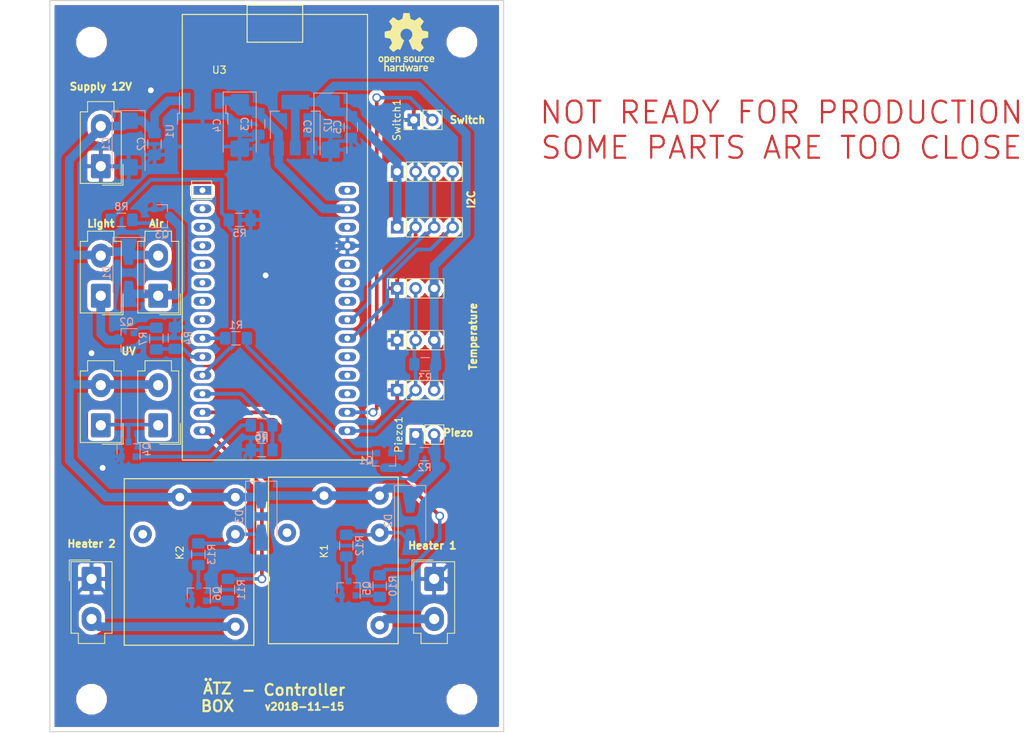
<source format=kicad_pcb>
(kicad_pcb (version 20171130) (host pcbnew "(5.0.1-3-g963ef8bb5)")
  (layers (0 F.Cu signal) (31 B.Cu signal) (34 B.Paste user) (35 F.Paste user) (36 B.SilkS user) (37 F.SilkS user) (38 B.Mask user) (39 F.Mask user) (44 Edge.Cuts user))
  (net 0 "")
  (net 1 +12V)
  (net 2 GND)
  (net 3 +5V)
  (net 4 +3V3)
  (net 5 "Net-(D2-Pad2)")
  (net 6 "Net-(D3-Pad2)")
  (net 7 /SCL)
  (net 8 /SDA)
  (net 9 "Net-(Heater1-Pad2)")
  (net 10 "Net-(Heater2-Pad2)")
  (net 11 "Net-(K1-Pad5)")
  (net 12 "Net-(K2-Pad5)")
  (net 13 "Net-(Q1-Pad1)")
  (net 14 "Net-(Q2-Pad1)")
  (net 15 "Net-(Q3-Pad1)")
  (net 16 "Net-(Q4-Pad1)")
  (net 17 "Net-(Q5-Pad3)")
  (net 18 "Net-(Q5-Pad1)")
  (net 19 "Net-(Q6-Pad1)")
  (net 20 "Net-(Q6-Pad3)")
  (net 21 /D0)
  (net 22 /D6)
  (net 23 /D1)
  (net 24 /D2)
  (net 25 /D3)
  (net 26 /D4)
  (net 27 /D5)
  (net 28 /D7)
  (net 29 "Net-(U3-Pad1)")
  (net 30 "Net-(U3-Pad17)")
  (net 31 "Net-(U3-Pad18)")
  (net 32 "Net-(U3-Pad19)")
  (net 33 "Net-(U3-Pad6)")
  (net 34 "Net-(U3-Pad22)")
  (net 35 "Net-(U3-Pad7)")
  (net 36 "Net-(U3-Pad23)")
  (net 37 "Net-(U3-Pad8)")
  (net 38 "Net-(U3-Pad24)")
  (net 39 "Net-(U3-Pad26)")
  (net 40 "Net-(U3-Pad28)")
  (net 41 "Net-(Q4-Pad3)")
  (net 42 "Net-(U3-Pad5)")
  (net 43 "Net-(U3-Pad4)")
  (net 44 "Net-(U3-Pad3)")
  (net 45 "Net-(U3-Pad2)")
  (net 46 "Net-(Piezo1-Pad1)")
  (net 47 "Net-(Lightpad1-Pad1)")
  (net 48 "Net-(Bubbles1-Pad1)")
  (module MountingHole:MountingHole_3.2mm_M3_DIN965 (layer F.Cu) (at 114.3 113.03)
    (fp_text reference REF** hide)
    (fp_text value MountingHole_3.2mm_M3_DIN965)
    (pad 1 np_thru_hole circle (at 0 0) (size 3.2 3.2) (drill 3.2) (layers *.Cu *.Mask))
  )
  (module MountingHole:MountingHole_3.2mm_M3_DIN965 (layer F.Cu) (at 63.5 113.03)
    (fp_text reference REF** hide)
    (fp_text value MountingHole_3.2mm_M3_DIN965)
    (pad 1 np_thru_hole circle (at 0 0) (size 3.2 3.2) (drill 3.2) (layers *.Cu *.Mask))
  )
  (module MountingHole:MountingHole_3.2mm_M3_DIN965 (layer F.Cu) (at 114.3 22.86)
    (fp_text reference REF** hide)
    (fp_text value MountingHole_3.2mm_M3_DIN965)
    (pad 1 np_thru_hole circle (at 0 0) (size 3.2 3.2) (drill 3.2) (layers *.Cu *.Mask))
  )
  (module Connector_Molex:Molex_Mini-Fit_Jr_5566-02A_2x01_P4.20mm_Vertical (layer F.Cu) (at 64.77 39.878 180)
    (fp_text reference Supply1 hide)
    (fp_text value Conn_01x02_Male)
    (pad 1 thru_hole roundrect (at 0 0 180) (size 2.7 3.3) (drill 1.4) (layers *.Cu *.Mask) (roundrect_rratio 0.09259299999999999) (net 2 GND))
    (pad 2 thru_hole oval (at 0 5.5 180) (size 2.7 3.3) (drill 1.4) (layers *.Cu *.Mask) (net 1 +12V))
  )
  (module Connector_PinHeader_2.54mm:PinHeader_1x02_P2.54mm_Vertical (layer F.Cu) (at 107.95 76.708 90)
    (fp_text reference Piezo1 (at 0 -2.33 90) (layer F.SilkS))
    (fp_text value Conn_01x02_Male)
    (pad 2 thru_hole oval (at 0 2.54 90) (size 1.7 1.7) (drill 1) (layers *.Cu *.Mask) (net 1 +12V))
    (pad 1 thru_hole rect (at 0 0 90) (size 1.7 1.7) (drill 1) (layers *.Cu *.Mask) (net 46 "Net-(Piezo1-Pad1)"))
  )
  (module Connector_PinHeader_2.54mm:PinHeader_1x02_P2.54mm_Vertical (layer F.Cu) (at 107.696 33.528 90)
    (fp_text reference Switch1 (at 0 -2.33 90) (layer F.SilkS))
    (fp_text value Conn_01x02_Male)
    (pad 1 thru_hole rect (at 0 0 90) (size 1.7 1.7) (drill 1) (layers *.Cu *.Mask) (net 2 GND))
    (pad 2 thru_hole oval (at 0 2.54 90) (size 1.7 1.7) (drill 1) (layers *.Cu *.Mask) (net 28 /D7))
  )
  (module footprints:LZ-9H (layer F.Cu) (at 96.659319 93.983824 90)
    (fp_text reference K1 (at 1.27 -1.27 270) (layer F.SilkS))
    (fp_text value LZ_9H)
    (pad 1 thru_hole circle (at -8.89 6.35 270) (size 2.5 2.5) (drill 1.2) (layers *.Cu *.Mask) (net 9 "Net-(Heater1-Pad2)"))
    (pad 2 thru_hole circle (at 3.81 6.35 270) (size 2.5 2.5) (drill 1.2) (layers *.Cu *.Mask) (net 5 "Net-(D2-Pad2)"))
    (pad 3 thru_hole circle (at 8.89 6.35 270) (size 2.5 2.5) (drill 1.2) (layers *.Cu *.Mask) (net 1 +12V))
    (pad 4 thru_hole circle (at 8.89 -1.27 270) (size 2.5 2.5) (drill 1.2) (layers *.Cu *.Mask) (net 1 +12V))
    (pad 5 thru_hole circle (at 3.81 -6.35 270) (size 2.5 2.5) (drill 1.2) (layers *.Cu *.Mask) (net 11 "Net-(K1-Pad5)"))
  )
  (module footprints:LZ-9H (layer F.Cu) (at 76.872986 94.194702 90)
    (fp_text reference K2 (at 1.27 -1.27 270) (layer F.SilkS))
    (fp_text value LZ_9H)
    (pad 5 thru_hole circle (at 3.81 -6.35 270) (size 2.5 2.5) (drill 1.2) (layers *.Cu *.Mask) (net 12 "Net-(K2-Pad5)"))
    (pad 4 thru_hole circle (at 8.89 -1.27 270) (size 2.5 2.5) (drill 1.2) (layers *.Cu *.Mask) (net 1 +12V))
    (pad 3 thru_hole circle (at 8.89 6.35 270) (size 2.5 2.5) (drill 1.2) (layers *.Cu *.Mask) (net 1 +12V))
    (pad 2 thru_hole circle (at 3.81 6.35 270) (size 2.5 2.5) (drill 1.2) (layers *.Cu *.Mask) (net 6 "Net-(D3-Pad2)"))
    (pad 1 thru_hole circle (at -8.89 6.35 270) (size 2.5 2.5) (drill 1.2) (layers *.Cu *.Mask) (net 10 "Net-(Heater2-Pad2)"))
  )
  (module Capacitor_Tantalum_SMD:CP_EIA-7343-20_Kemet-V_Pad2.25x2.55mm_HandSolder (layer B.Cu) (at 68.58 36.83 270)
    (fp_text reference C1 (at 0 3.1 270) (layer B.SilkS) (effects (justify mirror)))
    (fp_text value CP)
    (pad 1 smd roundrect (at -3.2 0 270) (size 2.25 2.55) (layers B.Cu B.Paste B.Mask) (roundrect_rratio 0.111111) (net 1 +12V))
    (pad 2 smd roundrect (at 3.2 0 270) (size 2.25 2.55) (layers B.Cu B.Paste B.Mask) (roundrect_rratio 0.111111) (net 2 GND))
  )
  (module Capacitor_Tantalum_SMD:CP_EIA-7343-20_Kemet-V_Pad2.25x2.55mm_HandSolder (layer B.Cu) (at 83.82 34.29 270)
    (fp_text reference C4 (at 0 3.1 270) (layer B.SilkS) (effects (justify mirror)))
    (fp_text value CP)
    (pad 2 smd roundrect (at 3.2 0 270) (size 2.25 2.55) (layers B.Cu B.Paste B.Mask) (roundrect_rratio 0.111111) (net 2 GND))
    (pad 1 smd roundrect (at -3.2 0 270) (size 2.25 2.55) (layers B.Cu B.Paste B.Mask) (roundrect_rratio 0.111111) (net 3 +5V))
  )
  (module Capacitor_Tantalum_SMD:CP_EIA-7343-20_Kemet-V_Pad2.25x2.55mm_HandSolder (layer B.Cu) (at 96.260365 34.436503 270)
    (fp_text reference C6 (at 0 3.1 270) (layer B.SilkS) (effects (justify mirror)))
    (fp_text value CP)
    (pad 1 smd roundrect (at -3.2 0 270) (size 2.25 2.55) (layers B.Cu B.Paste B.Mask) (roundrect_rratio 0.111111) (net 4 +3V3))
    (pad 2 smd roundrect (at 3.2 0 270) (size 2.25 2.55) (layers B.Cu B.Paste B.Mask) (roundrect_rratio 0.111111) (net 2 GND))
  )
  (module footprints:Arduino_MKR_Wifi_1010 (layer F.Cu) (at 88.646 54.61)
    (fp_text reference U3 (at -7.62 -27.94) (layer F.SilkS))
    (fp_text value ArduinoMKR_Wifi_1010)
    (pad 16 thru_hole oval (at 9.935 19.05) (size 2.4 1.2) (drill 0.8) (layers *.Cu *.Mask) (net 28 /D7))
    (pad 15 thru_hole oval (at 9.935 21.59) (size 2.4 1.2) (drill 0.8) (layers *.Cu *.Mask) (net 22 /D6))
    (pad 14 thru_hole oval (at -9.935 21.59) (size 2.4 1.2) (drill 0.8) (layers *.Cu *.Mask) (net 27 /D5))
    (pad 13 thru_hole oval (at -9.935 19.05) (size 2.4 1.2) (drill 0.8) (layers *.Cu *.Mask) (net 26 /D4))
    (pad 28 thru_hole oval (at 9.935 -11.43) (size 2.4 1.2) (drill 0.8) (layers *.Cu *.Mask) (net 40 "Net-(U3-Pad28)"))
    (pad 12 thru_hole oval (at -9.935 16.51) (size 2.4 1.2) (drill 0.8) (layers *.Cu *.Mask) (net 25 /D3))
    (pad 27 thru_hole oval (at 9.935 -8.89) (size 2.4 1.2) (drill 0.8) (layers *.Cu *.Mask) (net 3 +5V))
    (pad 11 thru_hole oval (at -9.935 13.97) (size 2.4 1.2) (drill 0.8) (layers *.Cu *.Mask) (net 24 /D2))
    (pad 26 thru_hole oval (at 9.935 -6.35) (size 2.4 1.2) (drill 0.8) (layers *.Cu *.Mask) (net 39 "Net-(U3-Pad26)"))
    (pad 10 thru_hole oval (at -9.935 11.43) (size 2.4 1.2) (drill 0.8) (layers *.Cu *.Mask) (net 23 /D1))
    (pad 25 thru_hole oval (at 9.935 -3.81) (size 2.4 1.2) (drill 0.8) (layers *.Cu *.Mask) (net 2 GND))
    (pad 9 thru_hole oval (at -9.935 8.89) (size 2.4 1.2) (drill 0.8) (layers *.Cu *.Mask) (net 21 /D0))
    (pad 24 thru_hole oval (at 9.935 -1.27) (size 2.4 1.2) (drill 0.8) (layers *.Cu *.Mask) (net 38 "Net-(U3-Pad24)"))
    (pad 8 thru_hole oval (at -9.935 6.35) (size 2.4 1.2) (drill 0.8) (layers *.Cu *.Mask) (net 37 "Net-(U3-Pad8)"))
    (pad 23 thru_hole oval (at 9.935 1.27) (size 2.4 1.2) (drill 0.8) (layers *.Cu *.Mask) (net 36 "Net-(U3-Pad23)"))
    (pad 7 thru_hole oval (at -9.935 3.81) (size 2.4 1.2) (drill 0.8) (layers *.Cu *.Mask) (net 35 "Net-(U3-Pad7)"))
    (pad 22 thru_hole oval (at 9.935 3.81) (size 2.4 1.2) (drill 0.8) (layers *.Cu *.Mask) (net 34 "Net-(U3-Pad22)"))
    (pad 6 thru_hole oval (at -9.935 1.27) (size 2.4 1.2) (drill 0.8) (layers *.Cu *.Mask) (net 33 "Net-(U3-Pad6)"))
    (pad 21 thru_hole oval (at 9.935 6.35) (size 2.4 1.2) (drill 0.8) (layers *.Cu *.Mask) (net 7 /SCL))
    (pad 5 thru_hole oval (at -9.935 -1.27) (size 2.4 1.2) (drill 0.8) (layers *.Cu *.Mask) (net 42 "Net-(U3-Pad5)"))
    (pad 20 thru_hole oval (at 9.935 8.89) (size 2.4 1.2) (drill 0.8) (layers *.Cu *.Mask) (net 8 /SDA))
    (pad 4 thru_hole oval (at -9.935 -3.81) (size 2.4 1.2) (drill 0.8) (layers *.Cu *.Mask) (net 43 "Net-(U3-Pad4)"))
    (pad 19 thru_hole oval (at 9.935 11.43) (size 2.4 1.2) (drill 0.8) (layers *.Cu *.Mask) (net 32 "Net-(U3-Pad19)"))
    (pad 3 thru_hole oval (at -9.935 -6.35) (size 2.4 1.2) (drill 0.8) (layers *.Cu *.Mask) (net 44 "Net-(U3-Pad3)"))
    (pad 18 thru_hole oval (at 9.935 13.97) (size 2.4 1.2) (drill 0.8) (layers *.Cu *.Mask) (net 31 "Net-(U3-Pad18)"))
    (pad 2 thru_hole oval (at -9.935 -8.89) (size 2.4 1.2) (drill 0.8) (layers *.Cu *.Mask) (net 45 "Net-(U3-Pad2)"))
    (pad 17 thru_hole oval (at 9.935 16.51) (size 2.4 1.2) (drill 0.8) (layers *.Cu *.Mask) (net 30 "Net-(U3-Pad17)"))
    (pad 1 thru_hole rect (at -9.935 -11.43) (size 2.4 1.2) (drill 0.8) (layers *.Cu *.Mask) (net 29 "Net-(U3-Pad1)"))
  )
  (module Resistor_SMD:R_1206_3216Metric_Pad1.42x1.75mm_HandSolder (layer B.Cu) (at 86.8315 78.824666 180)
    (fp_text reference R6 (at 0 1.82 180) (layer B.SilkS) (effects (justify mirror)))
    (fp_text value 10k)
    (pad 1 smd roundrect (at -1.4875 0 180) (size 1.425 1.75) (layers B.Cu B.Paste B.Mask) (roundrect_rratio 0.175439) (net 25 /D3))
    (pad 2 smd roundrect (at 1.4875 0 180) (size 1.425 1.75) (layers B.Cu B.Paste B.Mask) (roundrect_rratio 0.175439) (net 2 GND))
  )
  (module Resistor_SMD:R_1206_3216Metric_Pad1.42x1.75mm_HandSolder (layer B.Cu) (at 86.8315 75.438)
    (fp_text reference R9 (at 0 1.82) (layer B.SilkS) (effects (justify mirror)))
    (fp_text value 100)
    (pad 2 smd roundrect (at 1.4875 0) (size 1.425 1.75) (layers B.Cu B.Paste B.Mask) (roundrect_rratio 0.175439) (net 25 /D3))
    (pad 1 smd roundrect (at -1.4875 0) (size 1.425 1.75) (layers B.Cu B.Paste B.Mask) (roundrect_rratio 0.175439) (net 16 "Net-(Q4-Pad1)"))
  )
  (module Package_TO_SOT_SMD:SOT-23 (layer B.Cu) (at 73.152 46.736)
    (fp_text reference Q3 (at 0 2.5) (layer B.SilkS) (effects (justify mirror)))
    (fp_text value IRLML2502PBF)
    (pad 3 smd rect (at 1 0) (size 0.9 0.8) (layers B.Cu B.Paste B.Mask) (net 48 "Net-(Bubbles1-Pad1)"))
    (pad 2 smd rect (at -1 -0.95) (size 0.9 0.8) (layers B.Cu B.Paste B.Mask) (net 2 GND))
    (pad 1 smd rect (at -1 0.95) (size 0.9 0.8) (layers B.Cu B.Paste B.Mask) (net 15 "Net-(Q3-Pad1)"))
  )
  (module Connector_PinHeader_2.54mm:PinHeader_1x04_P2.54mm_Vertical (layer F.Cu) (at 105.41 48.26 90)
    (fp_text reference I2C1 hide)
    (fp_text value Conn_01x04_Male)
    (pad 4 thru_hole oval (at 0 7.62 90) (size 1.7 1.7) (drill 1) (layers *.Cu *.Mask) (net 8 /SDA))
    (pad 3 thru_hole oval (at 0 5.08 90) (size 1.7 1.7) (drill 1) (layers *.Cu *.Mask) (net 7 /SCL))
    (pad 2 thru_hole oval (at 0 2.54 90) (size 1.7 1.7) (drill 1) (layers *.Cu *.Mask) (net 2 GND))
    (pad 1 thru_hole rect (at 0 0 90) (size 1.7 1.7) (drill 1) (layers *.Cu *.Mask) (net 4 +3V3))
  )
  (module Resistor_SMD:R_1206_3216Metric_Pad1.42x1.75mm_HandSolder (layer B.Cu) (at 83.312 63.5 180)
    (fp_text reference R1 (at 0 1.82 180) (layer B.SilkS) (effects (justify mirror)))
    (fp_text value 1k)
    (pad 1 smd roundrect (at -1.4875 0 180) (size 1.425 1.75) (layers B.Cu B.Paste B.Mask) (roundrect_rratio 0.175439) (net 13 "Net-(Q1-Pad1)"))
    (pad 2 smd roundrect (at 1.4875 0 180) (size 1.425 1.75) (layers B.Cu B.Paste B.Mask) (roundrect_rratio 0.175439) (net 21 /D0))
  )
  (module Connector_PinHeader_2.54mm:PinHeader_1x04_P2.54mm_Vertical (layer F.Cu) (at 105.41 40.64 90)
    (fp_text reference Display1 hide)
    (fp_text value Conn_01x04_Male)
    (pad 1 thru_hole rect (at 0 0 90) (size 1.7 1.7) (drill 1) (layers *.Cu *.Mask) (net 4 +3V3))
    (pad 2 thru_hole oval (at 0 2.54 90) (size 1.7 1.7) (drill 1) (layers *.Cu *.Mask) (net 2 GND))
    (pad 3 thru_hole oval (at 0 5.08 90) (size 1.7 1.7) (drill 1) (layers *.Cu *.Mask) (net 7 /SCL))
    (pad 4 thru_hole oval (at 0 7.62 90) (size 1.7 1.7) (drill 1) (layers *.Cu *.Mask) (net 8 /SDA))
  )
  (module Resistor_SMD:R_1206_3216Metric_Pad1.42x1.75mm_HandSolder (layer B.Cu) (at 109.171405 79.399134)
    (fp_text reference R2 (at 0 1.82) (layer B.SilkS) (effects (justify mirror)))
    (fp_text value 1k)
    (pad 2 smd roundrect (at 1.4875 0) (size 1.425 1.75) (layers B.Cu B.Paste B.Mask) (roundrect_rratio 0.175439) (net 1 +12V))
    (pad 1 smd roundrect (at -1.4875 0) (size 1.425 1.75) (layers B.Cu B.Paste B.Mask) (roundrect_rratio 0.175439) (net 46 "Net-(Piezo1-Pad1)"))
  )
  (module Connector_Molex:Molex_Mini-Fit_Jr_5566-02A_2x01_P4.20mm_Vertical (layer F.Cu) (at 72.644 57.658 180)
    (fp_text reference Bubbles1 hide)
    (fp_text value Conn_01x02_Male)
    (pad 2 thru_hole oval (at 0 5.5 180) (size 2.7 3.3) (drill 1.4) (layers *.Cu *.Mask) (net 1 +12V))
    (pad 1 thru_hole roundrect (at 0 0 180) (size 2.7 3.3) (drill 1.4) (layers *.Cu *.Mask) (roundrect_rratio 0.09259299999999999) (net 48 "Net-(Bubbles1-Pad1)"))
  )
  (module Capacitor_SMD:C_1206_3216Metric_Pad1.42x1.75mm_HandSolder (layer B.Cu) (at 72.136 36.83 270)
    (fp_text reference C2 (at 0 1.82 270) (layer B.SilkS) (effects (justify mirror)))
    (fp_text value C)
    (pad 1 smd roundrect (at -1.4875 0 270) (size 1.425 1.75) (layers B.Cu B.Paste B.Mask) (roundrect_rratio 0.175439) (net 1 +12V))
    (pad 2 smd roundrect (at 1.4875 0 270) (size 1.425 1.75) (layers B.Cu B.Paste B.Mask) (roundrect_rratio 0.175439) (net 2 GND))
  )
  (module Capacitor_SMD:C_1206_3216Metric_Pad1.42x1.75mm_HandSolder (layer B.Cu) (at 86.36 34.0725 270)
    (fp_text reference C3 (at 0 1.82 270) (layer B.SilkS) (effects (justify mirror)))
    (fp_text value C)
    (pad 2 smd roundrect (at 1.4875 0 270) (size 1.425 1.75) (layers B.Cu B.Paste B.Mask) (roundrect_rratio 0.175439) (net 2 GND))
    (pad 1 smd roundrect (at -1.4875 0 270) (size 1.425 1.75) (layers B.Cu B.Paste B.Mask) (roundrect_rratio 0.175439) (net 3 +5V))
  )
  (module Capacitor_SMD:C_1206_3216Metric_Pad1.42x1.75mm_HandSolder (layer B.Cu) (at 99.06 34.5075 270)
    (fp_text reference C5 (at 0 1.82 270) (layer B.SilkS) (effects (justify mirror)))
    (fp_text value C)
    (pad 1 smd roundrect (at -1.4875 0 270) (size 1.425 1.75) (layers B.Cu B.Paste B.Mask) (roundrect_rratio 0.175439) (net 4 +3V3))
    (pad 2 smd roundrect (at 1.4875 0 270) (size 1.425 1.75) (layers B.Cu B.Paste B.Mask) (roundrect_rratio 0.175439) (net 2 GND))
  )
  (module Diode_SMD:D_SMA-SMB_Universal_Handsoldering (layer B.Cu) (at 68.58 54.504 270)
    (fp_text reference D1 (at 0 3 270) (layer B.SilkS) (effects (justify mirror)))
    (fp_text value B160-13-F)
    (pad 1 smd trapezoid (at -2.9 0 270) (size 3.6 1.7) (rect_delta 0.6 0) (layers B.Cu B.Paste B.Mask) (net 1 +12V))
    (pad 2 smd trapezoid (at 2.9 0 90) (size 3.6 1.7) (rect_delta 0.6 0) (layers B.Cu B.Paste B.Mask) (net 48 "Net-(Bubbles1-Pad1)"))
  )
  (module Diode_SMD:D_SMA-SMB_Universal_Handsoldering (layer B.Cu) (at 107.188 88.54 270)
    (fp_text reference D2 (at 0 3 270) (layer B.SilkS) (effects (justify mirror)))
    (fp_text value D_Schottky)
    (pad 2 smd trapezoid (at 2.9 0 90) (size 3.6 1.7) (rect_delta 0.6 0) (layers B.Cu B.Paste B.Mask) (net 5 "Net-(D2-Pad2)"))
    (pad 1 smd trapezoid (at -2.9 0 270) (size 3.6 1.7) (rect_delta 0.6 0) (layers B.Cu B.Paste B.Mask) (net 1 +12V))
  )
  (module Diode_SMD:D_SMA-SMB_Universal_Handsoldering (layer B.Cu) (at 86.778986 87.950702 270)
    (fp_text reference D3 (at 0 3 270) (layer B.SilkS) (effects (justify mirror)))
    (fp_text value D_Schottky)
    (pad 1 smd trapezoid (at -2.9 0 270) (size 3.6 1.7) (rect_delta 0.6 0) (layers B.Cu B.Paste B.Mask) (net 1 +12V))
    (pad 2 smd trapezoid (at 2.9 0 90) (size 3.6 1.7) (rect_delta 0.6 0) (layers B.Cu B.Paste B.Mask) (net 6 "Net-(D3-Pad2)"))
  )
  (module Connector_Molex:Molex_Mini-Fit_Jr_5566-02A_2x01_P4.20mm_Vertical (layer F.Cu) (at 110.49 96.52)
    (fp_text reference Heater1 hide)
    (fp_text value Conn_01x02_Male)
    (pad 1 thru_hole roundrect (at 0 0) (size 2.7 3.3) (drill 1.4) (layers *.Cu *.Mask) (roundrect_rratio 0.09259299999999999) (net 2 GND))
    (pad 2 thru_hole oval (at 0 5.5) (size 2.7 3.3) (drill 1.4) (layers *.Cu *.Mask) (net 9 "Net-(Heater1-Pad2)"))
  )
  (module Connector_Molex:Molex_Mini-Fit_Jr_5566-02A_2x01_P4.20mm_Vertical (layer F.Cu) (at 63.5 96.52)
    (fp_text reference Heater2 hide)
    (fp_text value Conn_01x02_Male)
    (pad 2 thru_hole oval (at 0 5.5) (size 2.7 3.3) (drill 1.4) (layers *.Cu *.Mask) (net 10 "Net-(Heater2-Pad2)"))
    (pad 1 thru_hole roundrect (at 0 0) (size 2.7 3.3) (drill 1.4) (layers *.Cu *.Mask) (roundrect_rratio 0.09259299999999999) (net 2 GND))
  )
  (module Connector_Molex:Molex_Mini-Fit_Jr_5566-02A_2x01_P4.20mm_Vertical (layer F.Cu) (at 64.77 57.658 180)
    (fp_text reference Lightpad1 hide)
    (fp_text value Conn_01x02_Male)
    (pad 1 thru_hole roundrect (at 0 0 180) (size 2.7 3.3) (drill 1.4) (layers *.Cu *.Mask) (roundrect_rratio 0.09259299999999999) (net 47 "Net-(Lightpad1-Pad1)"))
    (pad 2 thru_hole oval (at 0 5.5 180) (size 2.7 3.3) (drill 1.4) (layers *.Cu *.Mask) (net 1 +12V))
  )
  (module Package_TO_SOT_SMD:SOT-23 (layer B.Cu) (at 103.632 80.264 270)
    (fp_text reference Q1 (at 0 2.5) (layer B.SilkS) (effects (justify mirror)))
    (fp_text value BC847)
    (pad 1 smd rect (at -1 0.95 270) (size 0.9 0.8) (layers B.Cu B.Paste B.Mask) (net 13 "Net-(Q1-Pad1)"))
    (pad 2 smd rect (at -1 -0.95 270) (size 0.9 0.8) (layers B.Cu B.Paste B.Mask) (net 2 GND))
    (pad 3 smd rect (at 1 0 270) (size 0.9 0.8) (layers B.Cu B.Paste B.Mask) (net 46 "Net-(Piezo1-Pad1)"))
  )
  (module Package_TO_SOT_SMD:SOT-23 (layer B.Cu) (at 98.757319 97.809824 90)
    (fp_text reference Q5 (at 0 2.5 90) (layer B.SilkS) (effects (justify mirror)))
    (fp_text value BC847)
    (pad 3 smd rect (at 1 0 90) (size 0.9 0.8) (layers B.Cu B.Paste B.Mask) (net 17 "Net-(Q5-Pad3)"))
    (pad 2 smd rect (at -1 -0.95 90) (size 0.9 0.8) (layers B.Cu B.Paste B.Mask) (net 2 GND))
    (pad 1 smd rect (at -1 0.95 90) (size 0.9 0.8) (layers B.Cu B.Paste B.Mask) (net 18 "Net-(Q5-Pad1)"))
  )
  (module Package_TO_SOT_SMD:SOT-23 (layer B.Cu) (at 78.208986 98.528702 90)
    (fp_text reference Q6 (at 0 2.5 90) (layer B.SilkS) (effects (justify mirror)))
    (fp_text value BC847)
    (pad 1 smd rect (at -1 0.95 90) (size 0.9 0.8) (layers B.Cu B.Paste B.Mask) (net 19 "Net-(Q6-Pad1)"))
    (pad 2 smd rect (at -1 -0.95 90) (size 0.9 0.8) (layers B.Cu B.Paste B.Mask) (net 2 GND))
    (pad 3 smd rect (at 1 0 90) (size 0.9 0.8) (layers B.Cu B.Paste B.Mask) (net 20 "Net-(Q6-Pad3)"))
  )
  (module Resistor_SMD:R_1206_3216Metric_Pad1.42x1.75mm_HandSolder (layer B.Cu) (at 109.2565 67.056)
    (fp_text reference R3 (at 0 1.82) (layer B.SilkS) (effects (justify mirror)))
    (fp_text value 22)
    (pad 1 smd roundrect (at -1.4875 0) (size 1.425 1.75) (layers B.Cu B.Paste B.Mask) (roundrect_rratio 0.175439) (net 22 /D6))
    (pad 2 smd roundrect (at 1.4875 0) (size 1.425 1.75) (layers B.Cu B.Paste B.Mask) (roundrect_rratio 0.175439) (net 4 +3V3))
  )
  (module Resistor_SMD:R_1206_3216Metric_Pad1.42x1.75mm_HandSolder (layer B.Cu) (at 74.93 63.4635 90)
    (fp_text reference R4 (at 0 1.82 90) (layer B.SilkS) (effects (justify mirror)))
    (fp_text value 10k)
    (pad 1 smd roundrect (at -1.4875 0 90) (size 1.425 1.75) (layers B.Cu B.Paste B.Mask) (roundrect_rratio 0.175439) (net 23 /D1))
    (pad 2 smd roundrect (at 1.4875 0 90) (size 1.425 1.75) (layers B.Cu B.Paste B.Mask) (roundrect_rratio 0.175439) (net 2 GND))
  )
  (module Resistor_SMD:R_1206_3216Metric_Pad1.42x1.75mm_HandSolder (layer B.Cu) (at 83.82 47.244)
    (fp_text reference R5 (at 0 1.82) (layer B.SilkS) (effects (justify mirror)))
    (fp_text value 10k)
    (pad 1 smd roundrect (at -1.4875 0) (size 1.425 1.75) (layers B.Cu B.Paste B.Mask) (roundrect_rratio 0.175439) (net 24 /D2))
    (pad 2 smd roundrect (at 1.4875 0) (size 1.425 1.75) (layers B.Cu B.Paste B.Mask) (roundrect_rratio 0.175439) (net 2 GND))
  )
  (module Resistor_SMD:R_1206_3216Metric_Pad1.42x1.75mm_HandSolder (layer B.Cu) (at 72.39 63.5365 270)
    (fp_text reference R7 (at 0 1.82 270) (layer B.SilkS) (effects (justify mirror)))
    (fp_text value 100)
    (pad 2 smd roundrect (at 1.4875 0 270) (size 1.425 1.75) (layers B.Cu B.Paste B.Mask) (roundrect_rratio 0.175439) (net 23 /D1))
    (pad 1 smd roundrect (at -1.4875 0 270) (size 1.425 1.75) (layers B.Cu B.Paste B.Mask) (roundrect_rratio 0.175439) (net 14 "Net-(Q2-Pad1)"))
  )
  (module Resistor_SMD:R_1206_3216Metric_Pad1.42x1.75mm_HandSolder (layer B.Cu) (at 67.6005 47.244 180)
    (fp_text reference R8 (at 0 1.82 180) (layer B.SilkS) (effects (justify mirror)))
    (fp_text value 100)
    (pad 2 smd roundrect (at 1.4875 0 180) (size 1.425 1.75) (layers B.Cu B.Paste B.Mask) (roundrect_rratio 0.175439) (net 24 /D2))
    (pad 1 smd roundrect (at -1.4875 0 180) (size 1.425 1.75) (layers B.Cu B.Paste B.Mask) (roundrect_rratio 0.175439) (net 15 "Net-(Q3-Pad1)"))
  )
  (module Resistor_SMD:R_1206_3216Metric_Pad1.42x1.75mm_HandSolder (layer B.Cu) (at 103.009319 97.503324 90)
    (fp_text reference R10 (at 0 1.82 90) (layer B.SilkS) (effects (justify mirror)))
    (fp_text value 300)
    (pad 2 smd roundrect (at 1.4875 0 90) (size 1.425 1.75) (layers B.Cu B.Paste B.Mask) (roundrect_rratio 0.175439) (net 26 /D4))
    (pad 1 smd roundrect (at -1.4875 0 90) (size 1.425 1.75) (layers B.Cu B.Paste B.Mask) (roundrect_rratio 0.175439) (net 18 "Net-(Q5-Pad1)"))
  )
  (module Resistor_SMD:R_1206_3216Metric_Pad1.42x1.75mm_HandSolder (layer B.Cu) (at 82.206986 98.004702 90)
    (fp_text reference R11 (at 0 1.82 90) (layer B.SilkS) (effects (justify mirror)))
    (fp_text value 300)
    (pad 2 smd roundrect (at 1.4875 0 90) (size 1.425 1.75) (layers B.Cu B.Paste B.Mask) (roundrect_rratio 0.175439) (net 27 /D5))
    (pad 1 smd roundrect (at -1.4875 0 90) (size 1.425 1.75) (layers B.Cu B.Paste B.Mask) (roundrect_rratio 0.175439) (net 19 "Net-(Q6-Pad1)"))
  )
  (module Resistor_SMD:R_1206_3216Metric_Pad1.42x1.75mm_HandSolder (layer B.Cu) (at 98.437319 91.951824 90)
    (fp_text reference R12 (at 0 1.82 90) (layer B.SilkS) (effects (justify mirror)))
    (fp_text value 150)
    (pad 1 smd roundrect (at -1.4875 0 90) (size 1.425 1.75) (layers B.Cu B.Paste B.Mask) (roundrect_rratio 0.175439) (net 17 "Net-(Q5-Pad3)"))
    (pad 2 smd roundrect (at 1.4875 0 90) (size 1.425 1.75) (layers B.Cu B.Paste B.Mask) (roundrect_rratio 0.175439) (net 5 "Net-(D2-Pad2)"))
  )
  (module Resistor_SMD:R_1206_3216Metric_Pad1.42x1.75mm_HandSolder (layer B.Cu) (at 78.142986 93.142202 90)
    (fp_text reference R13 (at 0 1.82 90) (layer B.SilkS) (effects (justify mirror)))
    (fp_text value 150)
    (pad 1 smd roundrect (at -1.4875 0 90) (size 1.425 1.75) (layers B.Cu B.Paste B.Mask) (roundrect_rratio 0.175439) (net 20 "Net-(Q6-Pad3)"))
    (pad 2 smd roundrect (at 1.4875 0 90) (size 1.425 1.75) (layers B.Cu B.Paste B.Mask) (roundrect_rratio 0.175439) (net 6 "Net-(D3-Pad2)"))
  )
  (module Connector_PinSocket_2.54mm:PinSocket_1x03_P2.54mm_Vertical (layer F.Cu) (at 105.41 70.612 90)
    (fp_text reference Temperature1 hide)
    (fp_text value Conn_01x03_Male)
    (pad 1 thru_hole rect (at 0 0 90) (size 1.7 1.7) (drill 1) (layers *.Cu *.Mask) (net 2 GND))
    (pad 2 thru_hole oval (at 0 2.54 90) (size 1.7 1.7) (drill 1) (layers *.Cu *.Mask) (net 22 /D6))
    (pad 3 thru_hole oval (at 0 5.08 90) (size 1.7 1.7) (drill 1) (layers *.Cu *.Mask) (net 4 +3V3))
  )
  (module Connector_PinSocket_2.54mm:PinSocket_1x03_P2.54mm_Vertical (layer F.Cu) (at 105.41 63.754 90)
    (fp_text reference Temperature2 hide)
    (fp_text value Conn_01x03_Male)
    (pad 1 thru_hole rect (at 0 0 90) (size 1.7 1.7) (drill 1) (layers *.Cu *.Mask) (net 2 GND))
    (pad 2 thru_hole oval (at 0 2.54 90) (size 1.7 1.7) (drill 1) (layers *.Cu *.Mask) (net 22 /D6))
    (pad 3 thru_hole oval (at 0 5.08 90) (size 1.7 1.7) (drill 1) (layers *.Cu *.Mask) (net 4 +3V3))
  )
  (module Connector_PinSocket_2.54mm:PinSocket_1x03_P2.54mm_Vertical (layer F.Cu) (at 105.41 56.642 90)
    (fp_text reference Temperature3 hide)
    (fp_text value Conn_01x03_Male)
    (pad 3 thru_hole oval (at 0 5.08 90) (size 1.7 1.7) (drill 1) (layers *.Cu *.Mask) (net 4 +3V3))
    (pad 2 thru_hole oval (at 0 2.54 90) (size 1.7 1.7) (drill 1) (layers *.Cu *.Mask) (net 22 /D6))
    (pad 1 thru_hole rect (at 0 0 90) (size 1.7 1.7) (drill 1) (layers *.Cu *.Mask) (net 2 GND))
  )
  (module Package_TO_SOT_SMD:TO-252-2 (layer B.Cu) (at 78.74 35.096503 270)
    (fp_text reference U1 (at 0 4.5 270) (layer B.SilkS) (effects (justify mirror)))
    (fp_text value L7805)
    (pad 1 smd rect (at -4.2 2.28 270) (size 2.2 1.2) (layers B.Cu B.Paste B.Mask) (net 1 +12V))
    (pad 3 smd rect (at -4.2 -2.28 270) (size 2.2 1.2) (layers B.Cu B.Paste B.Mask) (net 3 +5V))
    (pad 2 smd rect (at 2.1 0 270) (size 6.4 5.8) (layers B.Cu B.Mask) (net 2 GND))
  )
  (module Package_TO_SOT_SMD:SOT-223-3_TabPin2 (layer B.Cu) (at 91.44 34.232503 90)
    (fp_text reference U2 (at 0 4.5 90) (layer B.SilkS) (effects (justify mirror)))
    (fp_text value LD1117S33TR_SOT223)
    (pad 2 smd rect (at 3.15 0 90) (size 2 3.8) (layers B.Cu B.Paste B.Mask) (net 4 +3V3))
    (pad 2 smd rect (at -3.15 0 90) (size 2 1.5) (layers B.Cu B.Paste B.Mask) (net 4 +3V3))
    (pad 3 smd rect (at -3.15 -2.3 90) (size 2 1.5) (layers B.Cu B.Paste B.Mask) (net 3 +5V))
    (pad 1 smd rect (at -3.15 2.3 90) (size 2 1.5) (layers B.Cu B.Paste B.Mask) (net 2 GND))
  )
  (module Connector_Molex:Molex_Mini-Fit_Jr_5566-02A_2x01_P4.20mm_Vertical (layer F.Cu) (at 72.644 75.438 180)
    (fp_text reference UV1 hide)
    (fp_text value Conn_01x02_Male)
    (pad 1 thru_hole roundrect (at 0 0 180) (size 2.7 3.3) (drill 1.4) (layers *.Cu *.Mask) (roundrect_rratio 0.09259299999999999) (net 41 "Net-(Q4-Pad3)"))
    (pad 2 thru_hole oval (at 0 5.5 180) (size 2.7 3.3) (drill 1.4) (layers *.Cu *.Mask) (net 1 +12V))
  )
  (module Connector_Molex:Molex_Mini-Fit_Jr_5566-02A_2x01_P4.20mm_Vertical (layer F.Cu) (at 64.77 75.438 180)
    (fp_text reference UV2 hide)
    (fp_text value Conn_01x02_Male)
    (pad 1 thru_hole roundrect (at 0 0 180) (size 2.7 3.3) (drill 1.4) (layers *.Cu *.Mask) (roundrect_rratio 0.09259299999999999) (net 41 "Net-(Q4-Pad3)"))
    (pad 2 thru_hole oval (at 0 5.5 180) (size 2.7 3.3) (drill 1.4) (layers *.Cu *.Mask) (net 1 +12V))
  )
  (module Package_TO_SOT_SMD:SOT-23 (layer B.Cu) (at 68.31 63.754 180)
    (fp_text reference Q2 (at 0 2.5 180) (layer B.SilkS) (effects (justify mirror)))
    (fp_text value IRLML2502PBF)
    (pad 3 smd rect (at 1 0 180) (size 0.9 0.8) (layers B.Cu B.Paste B.Mask) (net 47 "Net-(Lightpad1-Pad1)"))
    (pad 2 smd rect (at -1 -0.95 180) (size 0.9 0.8) (layers B.Cu B.Paste B.Mask) (net 2 GND))
    (pad 1 smd rect (at -1 0.95 180) (size 0.9 0.8) (layers B.Cu B.Paste B.Mask) (net 14 "Net-(Q2-Pad1)"))
  )
  (module Package_TO_SOT_SMD:SOT-23 (layer B.Cu) (at 68.58 78.74 90)
    (fp_text reference Q4 (at 0 2.5 90) (layer B.SilkS) (effects (justify mirror)))
    (fp_text value IRLML2502PBF)
    (pad 1 smd rect (at -1 0.95 90) (size 0.9 0.8) (layers B.Cu B.Paste B.Mask) (net 16 "Net-(Q4-Pad1)"))
    (pad 2 smd rect (at -1 -0.95 90) (size 0.9 0.8) (layers B.Cu B.Paste B.Mask) (net 2 GND))
    (pad 3 smd rect (at 1 0 90) (size 0.9 0.8) (layers B.Cu B.Paste B.Mask) (net 41 "Net-(Q4-Pad3)"))
  )
  (module Symbol:OSHW-Logo_7.5x8mm_SilkScreen (layer F.Cu) (at 106.68 22.86)
    (fp_text reference REF** hide)
    (fp_text value OSHW-Logo_7.5x8mm_SilkScreen hide)
  )
  (module MountingHole:MountingHole_3.2mm_M3_DIN965 (layer F.Cu) (at 63.5 22.86)
    (fp_text reference REF** hide)
    (fp_text value MountingHole_3.2mm_M3_DIN965)
    (pad 1 np_thru_hole circle (at 0 0) (size 3.2 3.2) (drill 3.2) (layers *.Cu *.Mask))
  )
  (gr_text "NOT READY FOR PRODUCTION\nSOME PARTS ARE TOO CLOSE" (at 158.115 34.925) (layer F.Cu) (effects (font (size 3 3) (thickness 0.3))))
  (gr_line (start 57.785 17.145) (end 57.785 117.475) (layer Edge.Cuts) (width 0.15))
  (gr_line (start 120.015 17.145) (end 57.785 17.145) (layer Edge.Cuts) (width 0.15))
  (gr_line (start 120.015 117.475) (end 120.015 17.145) (layer Edge.Cuts) (width 0.15))
  (gr_line (start 57.785 117.475) (end 120.015 117.475) (layer Edge.Cuts) (width 0.15))
  (gr_text v2018-11-15 (at 92.71 114.046) (layer F.SilkS) (effects (font (size 1 1) (thickness 0.25))))
  (gr_text "- Controller" (at 91.186 111.76) (layer F.SilkS) (effects (font (size 1.5 1.5) (thickness 0.3))))
  (gr_text "ÄTZ\nBOX" (at 80.772 112.776) (layer F.SilkS) (effects (font (size 1.5 1.5) (thickness 0.3))))
  (gr_text I2C (at 115.57 44.45 90) (layer F.SilkS) (effects (font (size 1 1) (thickness 0.25))))
  (gr_text Temperature (at 115.824 63.246 90) (layer F.SilkS) (effects (font (size 1 1) (thickness 0.25))))
  (gr_text Switch (at 115.062 33.528) (layer F.SilkS) (effects (font (size 1 1) (thickness 0.25))))
  (gr_text Piezo (at 113.792 76.454) (layer F.SilkS) (effects (font (size 1 1) (thickness 0.25))))
  (gr_text "Heater 1\n" (at 110.236 91.948) (layer F.SilkS) (effects (font (size 1 1) (thickness 0.25))))
  (gr_text "Heater 2" (at 63.5 91.694) (layer F.SilkS) (effects (font (size 1 1) (thickness 0.25))))
  (gr_text UV (at 68.58 65.278) (layer F.SilkS) (effects (font (size 1 1) (thickness 0.25))))
  (gr_text Air (at 72.39 47.752) (layer F.SilkS) (effects (font (size 1 1) (thickness 0.25))))
  (gr_text Light (at 64.77 47.752) (layer F.SilkS) (effects (font (size 1 1) (thickness 0.25))))
  (gr_text "Supply 12V" (at 64.77 28.956) (layer F.SilkS) (effects (font (size 1 1) (thickness 0.25))))
  (segment (start 76.46 31.396503) (end 76.46 30.896503) (width 1.2) (layer B.Cu) (net 1))
  (segment (start 75.602986 85.304702) (end 83.222986 85.304702) (width 1.2) (layer B.Cu) (net 1))
  (segment (start 83.222986 85.304702) (end 87.415298 85.304702) (width 1.2) (layer B.Cu) (net 1))
  (segment (start 87.161298 85.050702) (end 86.778986 85.050702) (width 1.2) (layer B.Cu) (net 1))
  (segment (start 87.415298 85.304702) (end 87.161298 85.050702) (width 1.2) (layer B.Cu) (net 1))
  (segment (start 95.389319 85.093824) (end 103.009319 85.093824) (width 1.2) (layer B.Cu) (net 1))
  (segment (start 104.025319 84.077824) (end 103.009319 85.093824) (width 1.2) (layer B.Cu) (net 1))
  (segment (start 106.565319 84.077824) (end 104.025319 84.077824) (width 1.2) (layer B.Cu) (net 1))
  (segment (start 86.822108 85.093824) (end 86.778986 85.050702) (width 1.2) (layer B.Cu) (net 1))
  (segment (start 95.389319 85.093824) (end 86.822108 85.093824) (width 1.2) (layer B.Cu) (net 1))
  (segment (start 65.492702 85.304702) (end 75.602986 85.304702) (width 1.2) (layer B.Cu) (net 1))
  (segment (start 60.452 80.264) (end 65.492702 85.304702) (width 1.2) (layer B.Cu) (net 1))
  (segment (start 108.343319 84.331824) (end 111.506 81.169143) (width 1.2) (layer B.Cu) (net 1))
  (segment (start 110.658905 81.084048) (end 110.658905 79.399134) (width 1.2) (layer B.Cu) (net 1))
  (segment (start 72.39 69.85) (end 64.77 69.85) (width 1.2) (layer B.Cu) (net 1))
  (segment (start 60.706 69.85) (end 60.452 69.596) (width 1.2) (layer B.Cu) (net 1))
  (segment (start 64.77 69.85) (end 60.706 69.85) (width 1.2) (layer B.Cu) (net 1))
  (segment (start 60.452 69.596) (end 60.452 80.264) (width 1.2) (layer B.Cu) (net 1))
  (segment (start 69.046 52.07) (end 68.58 51.604) (width 1.2) (layer B.Cu) (net 1))
  (segment (start 72.39 52.07) (end 69.046 52.07) (width 1.2) (layer B.Cu) (net 1))
  (segment (start 65.236 51.604) (end 64.77 52.07) (width 1.2) (layer B.Cu) (net 1))
  (segment (start 68.58 51.604) (end 65.236 51.604) (width 1.2) (layer B.Cu) (net 1))
  (segment (start 60.706 52.07) (end 60.452 52.324) (width 1.2) (layer B.Cu) (net 1))
  (segment (start 64.77 52.07) (end 60.706 52.07) (width 1.2) (layer B.Cu) (net 1))
  (segment (start 60.452 52.324) (end 60.452 69.596) (width 1.2) (layer B.Cu) (net 1))
  (segment (start 110.223905 78.964134) (end 110.658905 79.399134) (width 1.2) (layer B.Cu) (net 1))
  (segment (start 64.77 34.678) (end 64.77 34.378) (width 1.2) (layer B.Cu) (net 1))
  (segment (start 60.452 38.996) (end 64.77 34.678) (width 1.2) (layer B.Cu) (net 1))
  (segment (start 60.452 52.324) (end 60.452 38.996) (width 1.2) (layer B.Cu) (net 1))
  (segment (start 67.832 34.378) (end 68.58 33.63) (width 1.2) (layer B.Cu) (net 1))
  (segment (start 64.77 34.378) (end 67.832 34.378) (width 1.2) (layer B.Cu) (net 1))
  (segment (start 70.4235 33.63) (end 72.136 35.3425) (width 1.2) (layer B.Cu) (net 1))
  (segment (start 68.58 33.63) (end 70.4235 33.63) (width 1.2) (layer B.Cu) (net 1))
  (segment (start 72.136 32.766) (end 72.136 35.3425) (width 1.2) (layer B.Cu) (net 1))
  (segment (start 74.005497 30.896503) (end 72.136 32.766) (width 1.2) (layer B.Cu) (net 1))
  (segment (start 76.46 30.896503) (end 74.005497 30.896503) (width 1.2) (layer B.Cu) (net 1))
  (segment (start 108.343319 84.484681) (end 108.343319 84.331824) (width 1.2) (layer B.Cu) (net 1))
  (segment (start 107.188 85.64) (end 108.343319 84.484681) (width 1.2) (layer B.Cu) (net 1))
  (segment (start 110.658905 76.876905) (end 110.49 76.708) (width 1.2) (layer B.Cu) (net 1))
  (segment (start 110.658905 79.399134) (end 110.658905 76.876905) (width 1.2) (layer B.Cu) (net 1))
  (segment (start 111.420905 81.084048) (end 111.506 81.169143) (width 1.2) (layer B.Cu) (net 1))
  (segment (start 110.658905 81.084048) (end 111.420905 81.084048) (width 1.2) (layer B.Cu) (net 1))
  (segment (start 70.564 63.5) (end 69.36 64.704) (width 0.5) (layer B.Cu) (net 2))
  (segment (start 74.2185 63.5) (end 70.564 63.5) (width 0.5) (layer B.Cu) (net 2))
  (segment (start 69.36 64.704) (end 69.31 64.704) (width 0.5) (layer B.Cu) (net 2))
  (segment (start 74.93 62.7885) (end 74.2185 63.5) (width 0.5) (layer B.Cu) (net 2))
  (segment (start 74.93 61.976) (end 74.93 62.7885) (width 0.5) (layer B.Cu) (net 2))
  (segment (start 67.63 80.69) (end 69.088 82.148) (width 0.5) (layer B.Cu) (net 2))
  (segment (start 67.63 79.74) (end 67.63 80.69) (width 0.5) (layer B.Cu) (net 2))
  (segment (start 84.572653 79.596013) (end 84.572653 80.000653) (width 0.5) (layer B.Cu) (net 2))
  (segment (start 85.344 78.824666) (end 84.572653 79.596013) (width 0.5) (layer B.Cu) (net 2))
  (segment (start 83.733305 80.840001) (end 83.733305 80.858695) (width 0.5) (layer B.Cu) (net 2))
  (segment (start 84.572653 80.000653) (end 83.733305 80.840001) (width 0.5) (layer B.Cu) (net 2))
  (segment (start 82.444 82.148) (end 69.088 82.148) (width 0.5) (layer B.Cu) (net 2))
  (segment (start 83.733305 80.858695) (end 82.444 82.148) (width 0.5) (layer B.Cu) (net 2))
  (segment (start 78.74 33.496503) (end 78.74 37.196503) (width 0.5) (layer B.Cu) (net 2))
  (segment (start 78.74 30.306501) (end 78.74 33.496503) (width 0.5) (layer B.Cu) (net 2))
  (segment (start 76.373499 27.94) (end 78.74 30.306501) (width 0.5) (layer B.Cu) (net 2))
  (segment (start 82.913497 37.196503) (end 83.82 36.29) (width 0.5) (layer B.Cu) (net 2))
  (segment (start 78.74 37.196503) (end 82.913497 37.196503) (width 0.5) (layer B.Cu) (net 2))
  (segment (start 85.63 36.29) (end 86.36 35.56) (width 0.5) (layer B.Cu) (net 2))
  (segment (start 83.82 36.29) (end 85.63 36.29) (width 0.5) (layer B.Cu) (net 2))
  (segment (start 95.314365 37.382503) (end 96.260365 36.436503) (width 0.5) (layer B.Cu) (net 2))
  (segment (start 93.74 37.382503) (end 95.314365 37.382503) (width 0.5) (layer B.Cu) (net 2))
  (segment (start 98.618497 36.436503) (end 99.06 35.995) (width 0.5) (layer B.Cu) (net 2))
  (segment (start 96.260365 36.436503) (end 98.618497 36.436503) (width 0.5) (layer B.Cu) (net 2))
  (segment (start 99.831347 36.766347) (end 99.06 35.995) (width 0.5) (layer B.Cu) (net 2))
  (segment (start 100.43101 50.64999) (end 100.43101 37.36601) (width 0.5) (layer B.Cu) (net 2))
  (segment (start 100.43101 37.36601) (end 99.831347 36.766347) (width 0.5) (layer B.Cu) (net 2))
  (segment (start 100.281 50.8) (end 100.43101 50.64999) (width 0.5) (layer B.Cu) (net 2))
  (segment (start 98.581 50.8) (end 100.281 50.8) (width 0.5) (layer B.Cu) (net 2))
  (segment (start 104.06 70.612) (end 103.12801 69.68001) (width 0.5) (layer B.Cu) (net 2))
  (segment (start 103.12801 69.68001) (end 95.08001 69.68001) (width 0.5) (layer B.Cu) (net 2))
  (segment (start 105.41 70.612) (end 104.06 70.612) (width 0.5) (layer B.Cu) (net 2))
  (segment (start 95.08001 69.68001) (end 94.996 69.596) (width 0.5) (layer B.Cu) (net 2))
  (segment (start 94.996 53.785) (end 97.981 50.8) (width 0.5) (layer B.Cu) (net 2))
  (segment (start 107.95 48.26) (end 107.95 40.64) (width 0.5) (layer B.Cu) (net 2))
  (segment (start 107.95 33.782) (end 107.696 33.528) (width 0.5) (layer B.Cu) (net 2))
  (segment (start 107.95 40.64) (end 107.95 33.782) (width 0.5) (layer B.Cu) (net 2))
  (segment (start 105.41 56.642) (end 105.41 63.754) (width 0.5) (layer B.Cu) (net 2))
  (segment (start 105.41 63.754) (end 105.41 70.612) (width 0.5) (layer B.Cu) (net 2))
  (segment (start 107.100001 49.440001) (end 105.232002 51.308) (width 0.5) (layer B.Cu) (net 2))
  (segment (start 107.100001 49.109999) (end 107.100001 49.440001) (width 0.5) (layer B.Cu) (net 2))
  (segment (start 107.95 48.26) (end 107.100001 49.109999) (width 0.5) (layer B.Cu) (net 2))
  (segment (start 104.724002 50.8) (end 98.581 50.8) (width 0.5) (layer B.Cu) (net 2))
  (segment (start 105.232002 51.308) (end 104.724002 50.8) (width 0.5) (layer B.Cu) (net 2))
  (segment (start 111.94 96.52) (end 113.284 97.864) (width 0.5) (layer B.Cu) (net 2))
  (segment (start 110.49 96.52) (end 111.94 96.52) (width 0.5) (layer B.Cu) (net 2))
  (segment (start 113.284 97.864) (end 113.284 105.156) (width 0.5) (layer B.Cu) (net 2))
  (segment (start 113.284 105.156) (end 112.268 106.172) (width 0.5) (layer B.Cu) (net 2))
  (segment (start 62.07929 97.94071) (end 63.5 96.52) (width 0.5) (layer B.Cu) (net 2))
  (segment (start 61.49999 103.148431) (end 61.49999 98.52001) (width 0.5) (layer B.Cu) (net 2))
  (segment (start 64.523559 106.172) (end 61.49999 103.148431) (width 0.5) (layer B.Cu) (net 2))
  (segment (start 61.49999 98.52001) (end 62.07929 97.94071) (width 0.5) (layer B.Cu) (net 2))
  (segment (start 97.807319 105.900681) (end 97.536 106.172) (width 0.5) (layer B.Cu) (net 2))
  (segment (start 97.807319 98.809824) (end 97.807319 105.900681) (width 0.5) (layer B.Cu) (net 2))
  (segment (start 97.536 106.172) (end 64.523559 106.172) (width 0.5) (layer B.Cu) (net 2))
  (segment (start 112.268 106.172) (end 97.536 106.172) (width 0.5) (layer B.Cu) (net 2))
  (segment (start 66.508702 99.528702) (end 63.5 96.52) (width 0.5) (layer B.Cu) (net 2))
  (segment (start 77.258986 99.528702) (end 66.508702 99.528702) (width 0.5) (layer B.Cu) (net 2))
  (segment (start 97.981 50.8) (end 98.581 50.8) (width 0.5) (layer B.Cu) (net 2))
  (segment (start 96.881 49.7) (end 97.981 50.8) (width 0.5) (layer B.Cu) (net 2))
  (segment (start 96.881 49.1) (end 96.881 49.7) (width 0.5) (layer B.Cu) (net 2))
  (segment (start 95.025 47.244) (end 96.881 49.1) (width 0.5) (layer B.Cu) (net 2))
  (segment (start 85.3075 47.244) (end 95.025 47.244) (width 0.5) (layer B.Cu) (net 2))
  (segment (start 68.36 64.704) (end 67.532 65.532) (width 0.5) (layer B.Cu) (net 2))
  (segment (start 69.31 64.704) (end 68.36 64.704) (width 0.5) (layer B.Cu) (net 2))
  (via (at 63.5 65.532) (size 1.2) (drill 0.8) (layers F.Cu B.Cu) (net 2))
  (segment (start 67.532 65.532) (end 63.5 65.532) (width 0.5) (layer B.Cu) (net 2))
  (segment (start 62.76999 66.26201) (end 62.76999 79.53399) (width 0.5) (layer F.Cu) (net 2))
  (segment (start 63.5 65.532) (end 62.76999 66.26201) (width 0.5) (layer F.Cu) (net 2))
  (segment (start 64.516 81.28) (end 65.024 81.28) (width 0.5) (layer F.Cu) (net 2))
  (via (at 65.024 81.28) (size 1.2) (drill 0.8) (layers F.Cu B.Cu) (net 2))
  (segment (start 62.76999 79.53399) (end 64.516 81.28) (width 0.5) (layer F.Cu) (net 2))
  (segment (start 66.09 81.28) (end 67.63 79.74) (width 0.5) (layer B.Cu) (net 2))
  (segment (start 65.024 81.28) (end 66.09 81.28) (width 0.5) (layer B.Cu) (net 2))
  (segment (start 75.701347 61.204653) (end 74.93 61.976) (width 0.5) (layer B.Cu) (net 2))
  (segment (start 76.94201 59.96399) (end 75.701347 61.204653) (width 0.5) (layer B.Cu) (net 2))
  (segment (start 76.94201 47.708229) (end 76.94201 59.96399) (width 0.5) (layer B.Cu) (net 2))
  (segment (start 74.719771 45.48599) (end 76.94201 47.708229) (width 0.5) (layer B.Cu) (net 2))
  (segment (start 73.40201 45.48599) (end 74.719771 45.48599) (width 0.5) (layer B.Cu) (net 2))
  (segment (start 73.102 45.786) (end 73.40201 45.48599) (width 0.5) (layer B.Cu) (net 2))
  (segment (start 72.152 45.786) (end 73.102 45.786) (width 0.5) (layer B.Cu) (net 2))
  (segment (start 117.348 36.134218) (end 108.843772 27.629989) (width 0.5) (layer B.Cu) (net 2))
  (segment (start 76.002011 27.629989) (end 75.692 27.94) (width 0.5) (layer B.Cu) (net 2))
  (segment (start 110.49 96.52) (end 117.348 89.662) (width 0.5) (layer B.Cu) (net 2))
  (segment (start 108.843772 27.629989) (end 76.002011 27.629989) (width 0.5) (layer B.Cu) (net 2))
  (segment (start 75.692 27.94) (end 76.373499 27.94) (width 0.5) (layer B.Cu) (net 2))
  (segment (start 104.582 76.471037) (end 107.393037 73.66) (width 0.5) (layer B.Cu) (net 2))
  (segment (start 107.393037 73.66) (end 117.348 73.66) (width 0.5) (layer B.Cu) (net 2))
  (segment (start 104.582 79.264) (end 104.582 76.471037) (width 0.5) (layer B.Cu) (net 2))
  (segment (start 117.348 73.66) (end 117.348 36.134218) (width 0.5) (layer B.Cu) (net 2))
  (segment (start 117.348 89.662) (end 117.348 73.66) (width 0.5) (layer B.Cu) (net 2))
  (via (at 87.376 54.864) (size 1.2) (drill 0.8) (layers F.Cu B.Cu) (net 2))
  (segment (start 87.884 55.372) (end 87.376 54.864) (width 0.5) (layer B.Cu) (net 2))
  (segment (start 94.996 55.372) (end 87.884 55.372) (width 0.5) (layer B.Cu) (net 2))
  (segment (start 94.996 69.596) (end 94.996 55.372) (width 0.5) (layer B.Cu) (net 2))
  (segment (start 94.996 55.372) (end 94.996 53.785) (width 0.5) (layer B.Cu) (net 2))
  (segment (start 87.376 52.229351) (end 84.328 49.181351) (width 0.5) (layer F.Cu) (net 2))
  (segment (start 87.376 54.864) (end 87.376 52.229351) (width 0.5) (layer F.Cu) (net 2))
  (segment (start 66.77001 62.26199) (end 64.099999 64.932001) (width 0.5) (layer F.Cu) (net 2))
  (segment (start 66.77001 52.420988) (end 66.77001 62.26199) (width 0.5) (layer F.Cu) (net 2))
  (segment (start 64.099999 64.932001) (end 63.5 65.532) (width 0.5) (layer F.Cu) (net 2))
  (segment (start 80.311001 42.079999) (end 77.110999 42.079999) (width 0.5) (layer F.Cu) (net 2))
  (segment (start 84.328 46.096998) (end 80.311001 42.079999) (width 0.5) (layer F.Cu) (net 2))
  (segment (start 84.328 49.181351) (end 84.328 46.096998) (width 0.5) (layer F.Cu) (net 2))
  (segment (start 74.676 44.514998) (end 74.676 36.576) (width 0.5) (layer F.Cu) (net 2))
  (segment (start 77.110999 42.079999) (end 74.676 44.514998) (width 0.5) (layer F.Cu) (net 2))
  (segment (start 74.676 44.514998) (end 66.77001 52.420988) (width 0.5) (layer F.Cu) (net 2))
  (segment (start 68.428 39.878) (end 68.58 40.03) (width 0.5) (layer B.Cu) (net 2))
  (segment (start 64.77 39.878) (end 68.428 39.878) (width 0.5) (layer B.Cu) (net 2))
  (segment (start 70.4235 40.03) (end 72.136 38.3175) (width 0.5) (layer B.Cu) (net 2))
  (segment (start 68.58 40.03) (end 70.4235 40.03) (width 0.5) (layer B.Cu) (net 2))
  (segment (start 73.256997 37.196503) (end 72.136 38.3175) (width 0.5) (layer B.Cu) (net 2))
  (segment (start 78.74 37.196503) (end 73.256997 37.196503) (width 0.5) (layer B.Cu) (net 2))
  (segment (start 74.676 32.512) (end 71.628 29.464) (width 0.5) (layer F.Cu) (net 2))
  (via (at 71.628 29.464) (size 1.2) (drill 0.8) (layers F.Cu B.Cu) (net 2))
  (segment (start 74.676 36.576) (end 74.676 32.512) (width 0.5) (layer F.Cu) (net 2))
  (segment (start 71.628 29.464) (end 73.152 27.94) (width 0.5) (layer B.Cu) (net 2))
  (segment (start 73.152 27.94) (end 73.914 27.94) (width 0.5) (layer B.Cu) (net 2))
  (segment (start 73.914 27.94) (end 75.692 27.94) (width 0.5) (layer B.Cu) (net 2))
  (segment (start 73.66 27.94) (end 73.914 27.94) (width 0.5) (layer B.Cu) (net 2))
  (segment (start 82.426503 30.896503) (end 83.82 32.29) (width 1.2) (layer B.Cu) (net 3))
  (segment (start 81.02 30.896503) (end 82.426503 30.896503) (width 1.2) (layer B.Cu) (net 3))
  (segment (start 86.065 32.29) (end 86.36 32.585) (width 1.2) (layer B.Cu) (net 3))
  (segment (start 83.82 32.29) (end 86.065 32.29) (width 1.2) (layer B.Cu) (net 3))
  (segment (start 89.14 35.365) (end 89.14 37.382503) (width 1.2) (layer B.Cu) (net 3))
  (segment (start 86.36 32.585) (end 89.14 35.365) (width 1.2) (layer B.Cu) (net 3))
  (segment (start 96.181 45.72) (end 98.581 45.72) (width 1.2) (layer B.Cu) (net 3))
  (segment (start 89.14 39.582503) (end 95.277497 45.72) (width 1.2) (layer B.Cu) (net 3))
  (segment (start 95.277497 45.72) (end 96.181 45.72) (width 1.2) (layer B.Cu) (net 3))
  (segment (start 89.14 37.382503) (end 89.14 39.582503) (width 1.2) (layer B.Cu) (net 3))
  (segment (start 83.82 31.09) (end 83.82 32.29) (width 1.2) (layer B.Cu) (net 3))
  (segment (start 91.44 37.382503) (end 91.44 31.082503) (width 1.2) (layer B.Cu) (net 4))
  (segment (start 94.906365 31.082503) (end 96.260365 32.436503) (width 1.2) (layer B.Cu) (net 4))
  (segment (start 91.44 31.082503) (end 94.906365 31.082503) (width 1.2) (layer B.Cu) (net 4))
  (segment (start 98.476503 32.436503) (end 99.06 33.02) (width 1.2) (layer B.Cu) (net 4))
  (segment (start 96.260365 32.436503) (end 98.476503 32.436503) (width 1.2) (layer B.Cu) (net 4))
  (segment (start 105.41 39.37) (end 105.41 40.64) (width 1.2) (layer B.Cu) (net 4))
  (segment (start 99.06 33.02) (end 105.41 39.37) (width 1.2) (layer B.Cu) (net 4))
  (segment (start 105.41 40.64) (end 105.41 48.26) (width 1.2) (layer B.Cu) (net 4))
  (segment (start 110.49 55.439919) (end 110.49 56.642) (width 1.2) (layer B.Cu) (net 4))
  (segment (start 110.49 55.39) (end 110.49 55.439919) (width 1.2) (layer B.Cu) (net 4))
  (segment (start 110.744 64.008) (end 110.49 63.754) (width 1.2) (layer B.Cu) (net 4))
  (segment (start 110.744 67.056) (end 110.744 64.008) (width 1.2) (layer B.Cu) (net 4))
  (segment (start 110.49 63.754) (end 110.49 56.642) (width 1.2) (layer B.Cu) (net 4))
  (segment (start 110.49 67.31) (end 110.744 67.056) (width 1.2) (layer B.Cu) (net 4))
  (segment (start 110.49 70.612) (end 110.49 67.31) (width 1.2) (layer B.Cu) (net 4))
  (segment (start 96.742504 28.879999) (end 94.54 31.082503) (width 1.2) (layer B.Cu) (net 4))
  (segment (start 108.326001 28.879999) (end 96.742504 28.879999) (width 1.2) (layer B.Cu) (net 4))
  (segment (start 114.880001 35.433999) (end 108.326001 28.879999) (width 1.2) (layer B.Cu) (net 4))
  (segment (start 114.880001 49.148001) (end 114.880001 35.433999) (width 1.2) (layer B.Cu) (net 4))
  (segment (start 110.49 53.538002) (end 114.880001 49.148001) (width 1.2) (layer B.Cu) (net 4))
  (segment (start 94.54 31.082503) (end 91.44 31.082503) (width 1.2) (layer B.Cu) (net 4))
  (segment (start 110.49 56.642) (end 110.49 53.538002) (width 1.2) (layer B.Cu) (net 4))
  (segment (start 96.260365 31.236503) (end 96.260365 32.436503) (width 1.2) (layer B.Cu) (net 4))
  (segment (start 102.718819 90.464324) (end 103.009319 90.173824) (width 0.5) (layer B.Cu) (net 5))
  (segment (start 98.437319 90.464324) (end 102.718819 90.464324) (width 0.5) (layer B.Cu) (net 5))
  (segment (start 105.921824 90.173824) (end 107.188 91.44) (width 0.5) (layer B.Cu) (net 5))
  (segment (start 103.009319 90.173824) (end 105.921824 90.173824) (width 0.5) (layer B.Cu) (net 5))
  (segment (start 81.952986 91.654702) (end 83.222986 90.384702) (width 0.5) (layer B.Cu) (net 6))
  (segment (start 78.142986 91.654702) (end 81.952986 91.654702) (width 0.5) (layer B.Cu) (net 6))
  (segment (start 86.312986 90.384702) (end 86.778986 90.850702) (width 0.5) (layer B.Cu) (net 6))
  (segment (start 83.222986 90.384702) (end 86.312986 90.384702) (width 0.5) (layer B.Cu) (net 6))
  (segment (start 109.281325 49.109999) (end 109.640001 49.109999) (width 0.5) (layer B.Cu) (net 7))
  (segment (start 99.181 60.96) (end 101.6 58.541) (width 0.5) (layer B.Cu) (net 7))
  (segment (start 109.640001 49.109999) (end 110.49 48.26) (width 0.5) (layer B.Cu) (net 7))
  (segment (start 98.581 60.96) (end 99.181 60.96) (width 0.5) (layer B.Cu) (net 7))
  (segment (start 101.6 56.791324) (end 104.648 53.743324) (width 0.5) (layer B.Cu) (net 7))
  (segment (start 101.6 58.541) (end 101.6 56.791324) (width 0.5) (layer B.Cu) (net 7))
  (segment (start 104.648 53.743324) (end 109.281325 49.109999) (width 0.5) (layer B.Cu) (net 7))
  (segment (start 104.543324 53.848) (end 104.648 53.743324) (width 0.5) (layer B.Cu) (net 7))
  (segment (start 110.49 40.64) (end 110.49 48.26) (width 0.5) (layer B.Cu) (net 7))
  (segment (start 104.059999 55.391999) (end 108.143998 51.308) (width 0.5) (layer B.Cu) (net 8))
  (segment (start 104.059999 58.621001) (end 104.059999 55.391999) (width 0.5) (layer B.Cu) (net 8))
  (segment (start 99.181 63.5) (end 104.059999 58.621001) (width 0.5) (layer B.Cu) (net 8))
  (segment (start 98.581 63.5) (end 99.181 63.5) (width 0.5) (layer B.Cu) (net 8))
  (segment (start 109.982 51.308) (end 113.03 48.26) (width 0.5) (layer B.Cu) (net 8))
  (segment (start 108.143998 51.308) (end 109.982 51.308) (width 0.5) (layer B.Cu) (net 8))
  (segment (start 113.03 40.64) (end 113.03 48.26) (width 0.5) (layer B.Cu) (net 8))
  (segment (start 103.863143 102.02) (end 103.009319 102.873824) (width 1.2) (layer B.Cu) (net 9))
  (segment (start 110.49 102.02) (end 103.863143 102.02) (width 1.2) (layer B.Cu) (net 9))
  (segment (start 64.564702 103.084702) (end 63.5 102.02) (width 1.2) (layer B.Cu) (net 10))
  (segment (start 83.222986 103.084702) (end 64.564702 103.084702) (width 1.2) (layer B.Cu) (net 10))
  (segment (start 99.489351 79.264) (end 101.782 79.264) (width 0.5) (layer B.Cu) (net 13))
  (segment (start 101.782 79.264) (end 102.682 79.264) (width 0.5) (layer B.Cu) (net 13))
  (segment (start 84.7995 64.574149) (end 99.489351 79.264) (width 0.5) (layer B.Cu) (net 13))
  (segment (start 84.7995 63.5) (end 84.7995 64.574149) (width 0.5) (layer B.Cu) (net 13))
  (segment (start 70.065 62.049) (end 69.31 62.804) (width 0.5) (layer B.Cu) (net 14))
  (segment (start 72.39 62.049) (end 70.065 62.049) (width 0.5) (layer B.Cu) (net 14))
  (segment (start 69.53 47.686) (end 69.088 47.244) (width 0.5) (layer B.Cu) (net 15))
  (segment (start 72.152 47.686) (end 69.53 47.686) (width 0.5) (layer B.Cu) (net 15))
  (segment (start 70.43 79.74) (end 69.53 79.74) (width 0.5) (layer B.Cu) (net 16))
  (segment (start 77.724 79.754959) (end 79.757041 79.754959) (width 0.5) (layer B.Cu) (net 16))
  (segment (start 78.232 79.756) (end 77.724 79.754959) (width 0.5) (layer B.Cu) (net 16))
  (segment (start 77.724 79.754959) (end 70.43 79.74) (width 0.5) (layer B.Cu) (net 16))
  (segment (start 84.074 75.438) (end 85.344 75.438) (width 0.5) (layer B.Cu) (net 16))
  (segment (start 79.757041 79.754959) (end 84.074 75.438) (width 0.5) (layer B.Cu) (net 16))
  (segment (start 98.437319 96.489824) (end 98.757319 96.809824) (width 0.5) (layer B.Cu) (net 17))
  (segment (start 98.437319 93.439324) (end 98.437319 96.489824) (width 0.5) (layer B.Cu) (net 17))
  (segment (start 102.828319 98.809824) (end 103.009319 98.990824) (width 0.5) (layer B.Cu) (net 18))
  (segment (start 99.707319 98.809824) (end 102.828319 98.809824) (width 0.5) (layer B.Cu) (net 18))
  (segment (start 82.170486 99.528702) (end 82.206986 99.492202) (width 0.5) (layer B.Cu) (net 19))
  (segment (start 79.158986 99.528702) (end 82.170486 99.528702) (width 0.5) (layer B.Cu) (net 19))
  (segment (start 78.142986 97.462702) (end 78.208986 97.528702) (width 0.5) (layer B.Cu) (net 20))
  (segment (start 78.142986 94.629702) (end 78.142986 97.462702) (width 0.5) (layer B.Cu) (net 20))
  (segment (start 78.711 63.5) (end 81.8245 63.5) (width 0.5) (layer B.Cu) (net 21))
  (segment (start 102.362 76.2) (end 107.95 70.612) (width 0.5) (layer B.Cu) (net 22))
  (segment (start 98.581 76.2) (end 102.362 76.2) (width 0.5) (layer B.Cu) (net 22))
  (segment (start 107.95 67.237) (end 107.769 67.056) (width 0.5) (layer B.Cu) (net 22))
  (segment (start 107.95 70.612) (end 107.95 67.237) (width 0.5) (layer B.Cu) (net 22))
  (segment (start 107.769 63.935) (end 107.95 63.754) (width 0.5) (layer B.Cu) (net 22))
  (segment (start 107.769 67.056) (end 107.769 63.935) (width 0.5) (layer B.Cu) (net 22))
  (segment (start 107.95 62.551919) (end 107.95 56.642) (width 0.5) (layer B.Cu) (net 22))
  (segment (start 107.95 63.754) (end 107.95 62.551919) (width 0.5) (layer B.Cu) (net 22))
  (segment (start 72.463 64.951) (end 72.39 65.024) (width 0.5) (layer B.Cu) (net 23))
  (segment (start 74.93 64.951) (end 72.463 64.951) (width 0.5) (layer B.Cu) (net 23))
  (segment (start 74.93 64.951) (end 76.127 64.951) (width 0.5) (layer B.Cu) (net 23))
  (segment (start 77.216 66.04) (end 78.711 66.04) (width 0.5) (layer B.Cu) (net 23))
  (segment (start 76.127 64.951) (end 77.216 66.04) (width 0.5) (layer B.Cu) (net 23))
  (segment (start 80.431001 41.729999) (end 80.56101 41.860008) (width 0.5) (layer B.Cu) (net 24))
  (segment (start 71.627001 41.729999) (end 80.431001 41.729999) (width 0.5) (layer B.Cu) (net 24))
  (segment (start 66.113 47.244) (end 71.627001 41.729999) (width 0.5) (layer B.Cu) (net 24))
  (segment (start 82.3325 48.219) (end 82.3325 47.244) (width 0.5) (layer B.Cu) (net 24))
  (segment (start 82.597668 64.87501) (end 83.03701 64.435668) (width 0.5) (layer B.Cu) (net 24))
  (segment (start 83.03701 48.92351) (end 82.3325 48.219) (width 0.5) (layer B.Cu) (net 24))
  (segment (start 83.03701 64.435668) (end 83.03701 48.92351) (width 0.5) (layer B.Cu) (net 24))
  (segment (start 82.41599 64.87501) (end 82.597668 64.87501) (width 0.5) (layer B.Cu) (net 24))
  (segment (start 78.711 68.58) (end 82.41599 64.87501) (width 0.5) (layer B.Cu) (net 24))
  (segment (start 80.431001 41.729999) (end 81.353999 41.729999) (width 0.5) (layer B.Cu) (net 24))
  (segment (start 81.353999 46.265499) (end 82.3325 47.244) (width 0.5) (layer B.Cu) (net 24))
  (segment (start 81.353999 41.729999) (end 81.353999 46.265499) (width 0.5) (layer B.Cu) (net 24))
  (segment (start 88.319 78.824666) (end 88.319 75.438) (width 0.5) (layer B.Cu) (net 25))
  (segment (start 84.001 71.12) (end 88.319 75.438) (width 0.5) (layer B.Cu) (net 25))
  (segment (start 78.711 71.12) (end 84.001 71.12) (width 0.5) (layer B.Cu) (net 25))
  (segment (start 103.780666 95.244477) (end 107.040647 95.244477) (width 0.5) (layer B.Cu) (net 26))
  (segment (start 107.040647 95.244477) (end 111.252 91.033124) (width 0.5) (layer B.Cu) (net 26))
  (segment (start 103.009319 96.015824) (end 103.780666 95.244477) (width 0.5) (layer B.Cu) (net 26))
  (via (at 111.252 87.884) (size 1.2) (drill 0.8) (layers F.Cu B.Cu) (net 26))
  (segment (start 111.252 91.033124) (end 111.252 87.884) (width 0.5) (layer B.Cu) (net 26))
  (segment (start 106.561823 83.193823) (end 98.433823 83.193823) (width 0.5) (layer F.Cu) (net 26))
  (segment (start 111.252 87.884) (end 106.561823 83.193823) (width 0.5) (layer F.Cu) (net 26))
  (segment (start 88.9 73.66) (end 78.711 73.66) (width 0.5) (layer F.Cu) (net 26))
  (segment (start 98.433823 83.193823) (end 88.9 73.66) (width 0.5) (layer F.Cu) (net 26))
  (segment (start 82.206986 96.517202) (end 86.865202 96.517202) (width 0.5) (layer B.Cu) (net 27))
  (via (at 86.865202 96.517202) (size 1.2) (drill 0.8) (layers F.Cu B.Cu) (net 27))
  (segment (start 79.311 76.2) (end 78.711 76.2) (width 0.5) (layer F.Cu) (net 27))
  (segment (start 86.865202 83.754202) (end 79.311 76.2) (width 0.5) (layer F.Cu) (net 27))
  (segment (start 86.865202 96.517202) (end 86.865202 83.754202) (width 0.5) (layer F.Cu) (net 27))
  (segment (start 98.581 73.66) (end 102.108 73.66) (width 0.5) (layer B.Cu) (net 28))
  (via (at 102.108 73.66) (size 1.2) (drill 0.8) (layers F.Cu B.Cu) (net 28))
  (via (at 102.616 30.48) (size 1.2) (drill 0.8) (layers F.Cu B.Cu) (net 28))
  (segment (start 107.188 30.48) (end 102.616 30.48) (width 0.5) (layer B.Cu) (net 28))
  (segment (start 110.236 33.528) (end 107.188 30.48) (width 0.5) (layer B.Cu) (net 28))
  (segment (start 102.616 73.152) (end 102.108 73.66) (width 0.5) (layer F.Cu) (net 28))
  (segment (start 102.616 30.48) (end 102.616 73.152) (width 0.5) (layer F.Cu) (net 28))
  (segment (start 64.77 75.35) (end 66.62 75.35) (width 0.5) (layer B.Cu) (net 41))
  (segment (start 68.58 77.74) (end 68.58 76.79) (width 0.5) (layer B.Cu) (net 41))
  (segment (start 68.58 76.79) (end 68.58 75.35) (width 0.5) (layer B.Cu) (net 41))
  (segment (start 68.58 75.35) (end 72.39 75.35) (width 0.5) (layer B.Cu) (net 41))
  (segment (start 66.62 75.35) (end 68.58 75.35) (width 0.5) (layer B.Cu) (net 41))
  (segment (start 108.445905 76.605134) (end 108.445905 78.710134) (width 1.2) (layer B.Cu) (net 46))
  (segment (start 107.683905 80.374134) (end 107.683905 79.399134) (width 1.2) (layer B.Cu) (net 46))
  (segment (start 106.540039 81.518) (end 107.683905 80.374134) (width 1.2) (layer B.Cu) (net 46))
  (segment (start 107.683905 76.859134) (end 107.683905 79.399134) (width 1.2) (layer B.Cu) (net 46))
  (segment (start 104.648 81.518) (end 104.394 81.264) (width 0.5) (layer B.Cu) (net 46))
  (segment (start 104.394 81.264) (end 105.524039 81.264) (width 1.2) (layer B.Cu) (net 46))
  (segment (start 106.540039 81.518) (end 104.648 81.518) (width 0.5) (layer B.Cu) (net 46))
  (segment (start 103.632 81.264) (end 104.394 81.264) (width 1.2) (layer B.Cu) (net 46))
  (segment (start 64.77 57.57) (end 64.77 60.42) (width 1.2) (layer B.Cu) (net 47))
  (segment (start 67.056 63.5) (end 67.31 63.754) (width 1.2) (layer B.Cu) (net 47))
  (segment (start 64.77 62.864) (end 64.77 57.57) (width 1.2) (layer B.Cu) (net 47))
  (segment (start 65.66 63.754) (end 64.77 62.864) (width 1.2) (layer B.Cu) (net 47))
  (segment (start 67.31 63.754) (end 65.66 63.754) (width 1.2) (layer B.Cu) (net 47))
  (segment (start 72.224 57.404) (end 72.39 57.57) (width 1.2) (layer B.Cu) (net 48))
  (segment (start 68.58 57.404) (end 72.224 57.404) (width 1.2) (layer B.Cu) (net 48))
  (segment (start 74.94 57.57) (end 75.692 56.818) (width 1.2) (layer B.Cu) (net 48))
  (segment (start 72.39 57.57) (end 74.94 57.57) (width 1.2) (layer B.Cu) (net 48))
  (segment (start 75.692 48.226) (end 75.692 56.818) (width 1.2) (layer B.Cu) (net 48))
  (segment (start 74.202 46.736) (end 75.692 48.226) (width 1.2) (layer B.Cu) (net 48))
  (segment (start 74.152 46.736) (end 74.202 46.736) (width 1.2) (layer B.Cu) (net 48))
  (zone (net 2) (net_name GND) (layer B.Cu) (connect_pads (clearance 0.508)) (min_thickness 0.254) (fill yes (arc_segments 16) (thermal_gap 0.508) (thermal_bridge_width 0.508))
    (polygon (pts (xy 58.42 116.84) (xy 119.38 116.84) (xy 119.38 17.78) (xy 58.42 17.78)))
  )
  (zone (net 2) (net_name GND) (layer F.Cu) (connect_pads (clearance 0.508)) (min_thickness 0.254) (fill yes (arc_segments 16) (thermal_gap 0.508) (thermal_bridge_width 0.508))
    (polygon (pts (xy 58.42 116.84) (xy 119.38 116.84) (xy 119.38 17.78) (xy 58.42 17.78)))
  )
)
</source>
